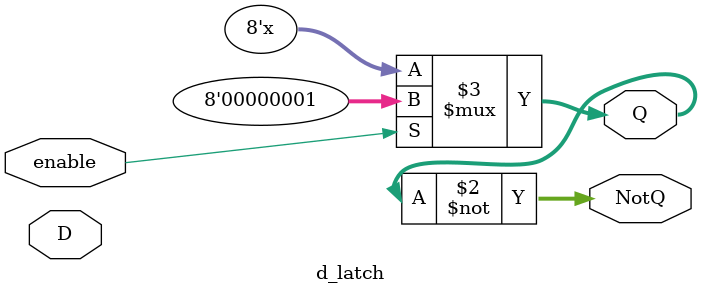
<source format=v>
module d_latch(
    input [7:0] D, //data
    input enable,
    output reg [7:0] Q,
    output [7:0] NotQ
);

    always @(D, enable) begin //maybe or it
        if (enable) begin
            Q <= 1;
        end
    end

    assign NotQ = ~Q; 

endmodule
</source>
